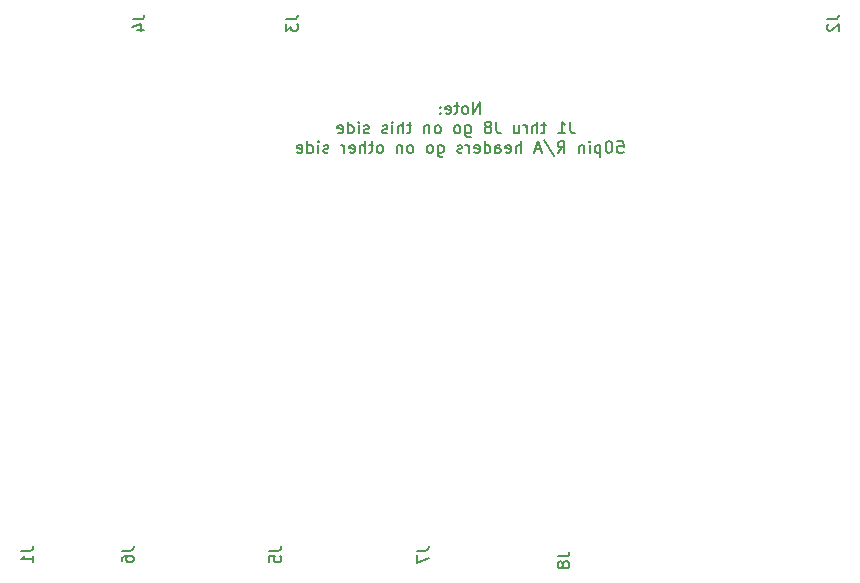
<source format=gbr>
G04 #@! TF.GenerationSoftware,KiCad,Pcbnew,(5.1.2)-1*
G04 #@! TF.CreationDate,2019-06-05T20:45:29-04:00*
G04 #@! TF.ProjectId,riser,72697365-722e-46b6-9963-61645f706362,rev?*
G04 #@! TF.SameCoordinates,Original*
G04 #@! TF.FileFunction,Legend,Bot*
G04 #@! TF.FilePolarity,Positive*
%FSLAX46Y46*%
G04 Gerber Fmt 4.6, Leading zero omitted, Abs format (unit mm)*
G04 Created by KiCad (PCBNEW (5.1.2)-1) date 2019-06-05 20:45:29*
%MOMM*%
%LPD*%
G04 APERTURE LIST*
%ADD10C,0.150000*%
G04 APERTURE END LIST*
D10*
X142231428Y-80692380D02*
X142231428Y-79692380D01*
X141660000Y-80692380D01*
X141660000Y-79692380D01*
X141040952Y-80692380D02*
X141136190Y-80644761D01*
X141183809Y-80597142D01*
X141231428Y-80501904D01*
X141231428Y-80216190D01*
X141183809Y-80120952D01*
X141136190Y-80073333D01*
X141040952Y-80025714D01*
X140898095Y-80025714D01*
X140802857Y-80073333D01*
X140755238Y-80120952D01*
X140707619Y-80216190D01*
X140707619Y-80501904D01*
X140755238Y-80597142D01*
X140802857Y-80644761D01*
X140898095Y-80692380D01*
X141040952Y-80692380D01*
X140421904Y-80025714D02*
X140040952Y-80025714D01*
X140279047Y-79692380D02*
X140279047Y-80549523D01*
X140231428Y-80644761D01*
X140136190Y-80692380D01*
X140040952Y-80692380D01*
X139326666Y-80644761D02*
X139421904Y-80692380D01*
X139612380Y-80692380D01*
X139707619Y-80644761D01*
X139755238Y-80549523D01*
X139755238Y-80168571D01*
X139707619Y-80073333D01*
X139612380Y-80025714D01*
X139421904Y-80025714D01*
X139326666Y-80073333D01*
X139279047Y-80168571D01*
X139279047Y-80263809D01*
X139755238Y-80359047D01*
X138850476Y-80597142D02*
X138802857Y-80644761D01*
X138850476Y-80692380D01*
X138898095Y-80644761D01*
X138850476Y-80597142D01*
X138850476Y-80692380D01*
X138850476Y-80073333D02*
X138802857Y-80120952D01*
X138850476Y-80168571D01*
X138898095Y-80120952D01*
X138850476Y-80073333D01*
X138850476Y-80168571D01*
X149850476Y-81342380D02*
X149850476Y-82056666D01*
X149898095Y-82199523D01*
X149993333Y-82294761D01*
X150136190Y-82342380D01*
X150231428Y-82342380D01*
X148850476Y-82342380D02*
X149421904Y-82342380D01*
X149136190Y-82342380D02*
X149136190Y-81342380D01*
X149231428Y-81485238D01*
X149326666Y-81580476D01*
X149421904Y-81628095D01*
X147802857Y-81675714D02*
X147421904Y-81675714D01*
X147660000Y-81342380D02*
X147660000Y-82199523D01*
X147612380Y-82294761D01*
X147517142Y-82342380D01*
X147421904Y-82342380D01*
X147088571Y-82342380D02*
X147088571Y-81342380D01*
X146660000Y-82342380D02*
X146660000Y-81818571D01*
X146707619Y-81723333D01*
X146802857Y-81675714D01*
X146945714Y-81675714D01*
X147040952Y-81723333D01*
X147088571Y-81770952D01*
X146183809Y-82342380D02*
X146183809Y-81675714D01*
X146183809Y-81866190D02*
X146136190Y-81770952D01*
X146088571Y-81723333D01*
X145993333Y-81675714D01*
X145898095Y-81675714D01*
X145136190Y-81675714D02*
X145136190Y-82342380D01*
X145564761Y-81675714D02*
X145564761Y-82199523D01*
X145517142Y-82294761D01*
X145421904Y-82342380D01*
X145279047Y-82342380D01*
X145183809Y-82294761D01*
X145136190Y-82247142D01*
X143612380Y-81342380D02*
X143612380Y-82056666D01*
X143660000Y-82199523D01*
X143755238Y-82294761D01*
X143898095Y-82342380D01*
X143993333Y-82342380D01*
X142993333Y-81770952D02*
X143088571Y-81723333D01*
X143136190Y-81675714D01*
X143183809Y-81580476D01*
X143183809Y-81532857D01*
X143136190Y-81437619D01*
X143088571Y-81390000D01*
X142993333Y-81342380D01*
X142802857Y-81342380D01*
X142707619Y-81390000D01*
X142660000Y-81437619D01*
X142612380Y-81532857D01*
X142612380Y-81580476D01*
X142660000Y-81675714D01*
X142707619Y-81723333D01*
X142802857Y-81770952D01*
X142993333Y-81770952D01*
X143088571Y-81818571D01*
X143136190Y-81866190D01*
X143183809Y-81961428D01*
X143183809Y-82151904D01*
X143136190Y-82247142D01*
X143088571Y-82294761D01*
X142993333Y-82342380D01*
X142802857Y-82342380D01*
X142707619Y-82294761D01*
X142660000Y-82247142D01*
X142612380Y-82151904D01*
X142612380Y-81961428D01*
X142660000Y-81866190D01*
X142707619Y-81818571D01*
X142802857Y-81770952D01*
X140993333Y-81675714D02*
X140993333Y-82485238D01*
X141040952Y-82580476D01*
X141088571Y-82628095D01*
X141183809Y-82675714D01*
X141326666Y-82675714D01*
X141421904Y-82628095D01*
X140993333Y-82294761D02*
X141088571Y-82342380D01*
X141279047Y-82342380D01*
X141374285Y-82294761D01*
X141421904Y-82247142D01*
X141469523Y-82151904D01*
X141469523Y-81866190D01*
X141421904Y-81770952D01*
X141374285Y-81723333D01*
X141279047Y-81675714D01*
X141088571Y-81675714D01*
X140993333Y-81723333D01*
X140374285Y-82342380D02*
X140469523Y-82294761D01*
X140517142Y-82247142D01*
X140564761Y-82151904D01*
X140564761Y-81866190D01*
X140517142Y-81770952D01*
X140469523Y-81723333D01*
X140374285Y-81675714D01*
X140231428Y-81675714D01*
X140136190Y-81723333D01*
X140088571Y-81770952D01*
X140040952Y-81866190D01*
X140040952Y-82151904D01*
X140088571Y-82247142D01*
X140136190Y-82294761D01*
X140231428Y-82342380D01*
X140374285Y-82342380D01*
X138707619Y-82342380D02*
X138802857Y-82294761D01*
X138850476Y-82247142D01*
X138898095Y-82151904D01*
X138898095Y-81866190D01*
X138850476Y-81770952D01*
X138802857Y-81723333D01*
X138707619Y-81675714D01*
X138564761Y-81675714D01*
X138469523Y-81723333D01*
X138421904Y-81770952D01*
X138374285Y-81866190D01*
X138374285Y-82151904D01*
X138421904Y-82247142D01*
X138469523Y-82294761D01*
X138564761Y-82342380D01*
X138707619Y-82342380D01*
X137945714Y-81675714D02*
X137945714Y-82342380D01*
X137945714Y-81770952D02*
X137898095Y-81723333D01*
X137802857Y-81675714D01*
X137660000Y-81675714D01*
X137564761Y-81723333D01*
X137517142Y-81818571D01*
X137517142Y-82342380D01*
X136421904Y-81675714D02*
X136040952Y-81675714D01*
X136279047Y-81342380D02*
X136279047Y-82199523D01*
X136231428Y-82294761D01*
X136136190Y-82342380D01*
X136040952Y-82342380D01*
X135707619Y-82342380D02*
X135707619Y-81342380D01*
X135279047Y-82342380D02*
X135279047Y-81818571D01*
X135326666Y-81723333D01*
X135421904Y-81675714D01*
X135564761Y-81675714D01*
X135660000Y-81723333D01*
X135707619Y-81770952D01*
X134802857Y-82342380D02*
X134802857Y-81675714D01*
X134802857Y-81342380D02*
X134850476Y-81390000D01*
X134802857Y-81437619D01*
X134755238Y-81390000D01*
X134802857Y-81342380D01*
X134802857Y-81437619D01*
X134374285Y-82294761D02*
X134279047Y-82342380D01*
X134088571Y-82342380D01*
X133993333Y-82294761D01*
X133945714Y-82199523D01*
X133945714Y-82151904D01*
X133993333Y-82056666D01*
X134088571Y-82009047D01*
X134231428Y-82009047D01*
X134326666Y-81961428D01*
X134374285Y-81866190D01*
X134374285Y-81818571D01*
X134326666Y-81723333D01*
X134231428Y-81675714D01*
X134088571Y-81675714D01*
X133993333Y-81723333D01*
X132802857Y-82294761D02*
X132707619Y-82342380D01*
X132517142Y-82342380D01*
X132421904Y-82294761D01*
X132374285Y-82199523D01*
X132374285Y-82151904D01*
X132421904Y-82056666D01*
X132517142Y-82009047D01*
X132660000Y-82009047D01*
X132755238Y-81961428D01*
X132802857Y-81866190D01*
X132802857Y-81818571D01*
X132755238Y-81723333D01*
X132660000Y-81675714D01*
X132517142Y-81675714D01*
X132421904Y-81723333D01*
X131945714Y-82342380D02*
X131945714Y-81675714D01*
X131945714Y-81342380D02*
X131993333Y-81390000D01*
X131945714Y-81437619D01*
X131898095Y-81390000D01*
X131945714Y-81342380D01*
X131945714Y-81437619D01*
X131040952Y-82342380D02*
X131040952Y-81342380D01*
X131040952Y-82294761D02*
X131136190Y-82342380D01*
X131326666Y-82342380D01*
X131421904Y-82294761D01*
X131469523Y-82247142D01*
X131517142Y-82151904D01*
X131517142Y-81866190D01*
X131469523Y-81770952D01*
X131421904Y-81723333D01*
X131326666Y-81675714D01*
X131136190Y-81675714D01*
X131040952Y-81723333D01*
X130183809Y-82294761D02*
X130279047Y-82342380D01*
X130469523Y-82342380D01*
X130564761Y-82294761D01*
X130612380Y-82199523D01*
X130612380Y-81818571D01*
X130564761Y-81723333D01*
X130469523Y-81675714D01*
X130279047Y-81675714D01*
X130183809Y-81723333D01*
X130136190Y-81818571D01*
X130136190Y-81913809D01*
X130612380Y-82009047D01*
X153850476Y-82992380D02*
X154326666Y-82992380D01*
X154374285Y-83468571D01*
X154326666Y-83420952D01*
X154231428Y-83373333D01*
X153993333Y-83373333D01*
X153898095Y-83420952D01*
X153850476Y-83468571D01*
X153802857Y-83563809D01*
X153802857Y-83801904D01*
X153850476Y-83897142D01*
X153898095Y-83944761D01*
X153993333Y-83992380D01*
X154231428Y-83992380D01*
X154326666Y-83944761D01*
X154374285Y-83897142D01*
X153183809Y-82992380D02*
X153088571Y-82992380D01*
X152993333Y-83040000D01*
X152945714Y-83087619D01*
X152898095Y-83182857D01*
X152850476Y-83373333D01*
X152850476Y-83611428D01*
X152898095Y-83801904D01*
X152945714Y-83897142D01*
X152993333Y-83944761D01*
X153088571Y-83992380D01*
X153183809Y-83992380D01*
X153279047Y-83944761D01*
X153326666Y-83897142D01*
X153374285Y-83801904D01*
X153421904Y-83611428D01*
X153421904Y-83373333D01*
X153374285Y-83182857D01*
X153326666Y-83087619D01*
X153279047Y-83040000D01*
X153183809Y-82992380D01*
X152421904Y-83325714D02*
X152421904Y-84325714D01*
X152421904Y-83373333D02*
X152326666Y-83325714D01*
X152136190Y-83325714D01*
X152040952Y-83373333D01*
X151993333Y-83420952D01*
X151945714Y-83516190D01*
X151945714Y-83801904D01*
X151993333Y-83897142D01*
X152040952Y-83944761D01*
X152136190Y-83992380D01*
X152326666Y-83992380D01*
X152421904Y-83944761D01*
X151517142Y-83992380D02*
X151517142Y-83325714D01*
X151517142Y-82992380D02*
X151564761Y-83040000D01*
X151517142Y-83087619D01*
X151469523Y-83040000D01*
X151517142Y-82992380D01*
X151517142Y-83087619D01*
X151040952Y-83325714D02*
X151040952Y-83992380D01*
X151040952Y-83420952D02*
X150993333Y-83373333D01*
X150898095Y-83325714D01*
X150755238Y-83325714D01*
X150660000Y-83373333D01*
X150612380Y-83468571D01*
X150612380Y-83992380D01*
X148802857Y-83992380D02*
X149136190Y-83516190D01*
X149374285Y-83992380D02*
X149374285Y-82992380D01*
X148993333Y-82992380D01*
X148898095Y-83040000D01*
X148850476Y-83087619D01*
X148802857Y-83182857D01*
X148802857Y-83325714D01*
X148850476Y-83420952D01*
X148898095Y-83468571D01*
X148993333Y-83516190D01*
X149374285Y-83516190D01*
X147660000Y-82944761D02*
X148517142Y-84230476D01*
X147374285Y-83706666D02*
X146898095Y-83706666D01*
X147469523Y-83992380D02*
X147136190Y-82992380D01*
X146802857Y-83992380D01*
X145707619Y-83992380D02*
X145707619Y-82992380D01*
X145279047Y-83992380D02*
X145279047Y-83468571D01*
X145326666Y-83373333D01*
X145421904Y-83325714D01*
X145564761Y-83325714D01*
X145660000Y-83373333D01*
X145707619Y-83420952D01*
X144421904Y-83944761D02*
X144517142Y-83992380D01*
X144707619Y-83992380D01*
X144802857Y-83944761D01*
X144850476Y-83849523D01*
X144850476Y-83468571D01*
X144802857Y-83373333D01*
X144707619Y-83325714D01*
X144517142Y-83325714D01*
X144421904Y-83373333D01*
X144374285Y-83468571D01*
X144374285Y-83563809D01*
X144850476Y-83659047D01*
X143517142Y-83992380D02*
X143517142Y-83468571D01*
X143564761Y-83373333D01*
X143660000Y-83325714D01*
X143850476Y-83325714D01*
X143945714Y-83373333D01*
X143517142Y-83944761D02*
X143612380Y-83992380D01*
X143850476Y-83992380D01*
X143945714Y-83944761D01*
X143993333Y-83849523D01*
X143993333Y-83754285D01*
X143945714Y-83659047D01*
X143850476Y-83611428D01*
X143612380Y-83611428D01*
X143517142Y-83563809D01*
X142612380Y-83992380D02*
X142612380Y-82992380D01*
X142612380Y-83944761D02*
X142707619Y-83992380D01*
X142898095Y-83992380D01*
X142993333Y-83944761D01*
X143040952Y-83897142D01*
X143088571Y-83801904D01*
X143088571Y-83516190D01*
X143040952Y-83420952D01*
X142993333Y-83373333D01*
X142898095Y-83325714D01*
X142707619Y-83325714D01*
X142612380Y-83373333D01*
X141755238Y-83944761D02*
X141850476Y-83992380D01*
X142040952Y-83992380D01*
X142136190Y-83944761D01*
X142183809Y-83849523D01*
X142183809Y-83468571D01*
X142136190Y-83373333D01*
X142040952Y-83325714D01*
X141850476Y-83325714D01*
X141755238Y-83373333D01*
X141707619Y-83468571D01*
X141707619Y-83563809D01*
X142183809Y-83659047D01*
X141279047Y-83992380D02*
X141279047Y-83325714D01*
X141279047Y-83516190D02*
X141231428Y-83420952D01*
X141183809Y-83373333D01*
X141088571Y-83325714D01*
X140993333Y-83325714D01*
X140707619Y-83944761D02*
X140612380Y-83992380D01*
X140421904Y-83992380D01*
X140326666Y-83944761D01*
X140279047Y-83849523D01*
X140279047Y-83801904D01*
X140326666Y-83706666D01*
X140421904Y-83659047D01*
X140564761Y-83659047D01*
X140660000Y-83611428D01*
X140707619Y-83516190D01*
X140707619Y-83468571D01*
X140660000Y-83373333D01*
X140564761Y-83325714D01*
X140421904Y-83325714D01*
X140326666Y-83373333D01*
X138660000Y-83325714D02*
X138660000Y-84135238D01*
X138707619Y-84230476D01*
X138755238Y-84278095D01*
X138850476Y-84325714D01*
X138993333Y-84325714D01*
X139088571Y-84278095D01*
X138660000Y-83944761D02*
X138755238Y-83992380D01*
X138945714Y-83992380D01*
X139040952Y-83944761D01*
X139088571Y-83897142D01*
X139136190Y-83801904D01*
X139136190Y-83516190D01*
X139088571Y-83420952D01*
X139040952Y-83373333D01*
X138945714Y-83325714D01*
X138755238Y-83325714D01*
X138660000Y-83373333D01*
X138040952Y-83992380D02*
X138136190Y-83944761D01*
X138183809Y-83897142D01*
X138231428Y-83801904D01*
X138231428Y-83516190D01*
X138183809Y-83420952D01*
X138136190Y-83373333D01*
X138040952Y-83325714D01*
X137898095Y-83325714D01*
X137802857Y-83373333D01*
X137755238Y-83420952D01*
X137707619Y-83516190D01*
X137707619Y-83801904D01*
X137755238Y-83897142D01*
X137802857Y-83944761D01*
X137898095Y-83992380D01*
X138040952Y-83992380D01*
X136374285Y-83992380D02*
X136469523Y-83944761D01*
X136517142Y-83897142D01*
X136564761Y-83801904D01*
X136564761Y-83516190D01*
X136517142Y-83420952D01*
X136469523Y-83373333D01*
X136374285Y-83325714D01*
X136231428Y-83325714D01*
X136136190Y-83373333D01*
X136088571Y-83420952D01*
X136040952Y-83516190D01*
X136040952Y-83801904D01*
X136088571Y-83897142D01*
X136136190Y-83944761D01*
X136231428Y-83992380D01*
X136374285Y-83992380D01*
X135612380Y-83325714D02*
X135612380Y-83992380D01*
X135612380Y-83420952D02*
X135564761Y-83373333D01*
X135469523Y-83325714D01*
X135326666Y-83325714D01*
X135231428Y-83373333D01*
X135183809Y-83468571D01*
X135183809Y-83992380D01*
X133802857Y-83992380D02*
X133898095Y-83944761D01*
X133945714Y-83897142D01*
X133993333Y-83801904D01*
X133993333Y-83516190D01*
X133945714Y-83420952D01*
X133898095Y-83373333D01*
X133802857Y-83325714D01*
X133660000Y-83325714D01*
X133564761Y-83373333D01*
X133517142Y-83420952D01*
X133469523Y-83516190D01*
X133469523Y-83801904D01*
X133517142Y-83897142D01*
X133564761Y-83944761D01*
X133660000Y-83992380D01*
X133802857Y-83992380D01*
X133183809Y-83325714D02*
X132802857Y-83325714D01*
X133040952Y-82992380D02*
X133040952Y-83849523D01*
X132993333Y-83944761D01*
X132898095Y-83992380D01*
X132802857Y-83992380D01*
X132469523Y-83992380D02*
X132469523Y-82992380D01*
X132040952Y-83992380D02*
X132040952Y-83468571D01*
X132088571Y-83373333D01*
X132183809Y-83325714D01*
X132326666Y-83325714D01*
X132421904Y-83373333D01*
X132469523Y-83420952D01*
X131183809Y-83944761D02*
X131279047Y-83992380D01*
X131469523Y-83992380D01*
X131564761Y-83944761D01*
X131612380Y-83849523D01*
X131612380Y-83468571D01*
X131564761Y-83373333D01*
X131469523Y-83325714D01*
X131279047Y-83325714D01*
X131183809Y-83373333D01*
X131136190Y-83468571D01*
X131136190Y-83563809D01*
X131612380Y-83659047D01*
X130707619Y-83992380D02*
X130707619Y-83325714D01*
X130707619Y-83516190D02*
X130660000Y-83420952D01*
X130612380Y-83373333D01*
X130517142Y-83325714D01*
X130421904Y-83325714D01*
X129374285Y-83944761D02*
X129279047Y-83992380D01*
X129088571Y-83992380D01*
X128993333Y-83944761D01*
X128945714Y-83849523D01*
X128945714Y-83801904D01*
X128993333Y-83706666D01*
X129088571Y-83659047D01*
X129231428Y-83659047D01*
X129326666Y-83611428D01*
X129374285Y-83516190D01*
X129374285Y-83468571D01*
X129326666Y-83373333D01*
X129231428Y-83325714D01*
X129088571Y-83325714D01*
X128993333Y-83373333D01*
X128517142Y-83992380D02*
X128517142Y-83325714D01*
X128517142Y-82992380D02*
X128564761Y-83040000D01*
X128517142Y-83087619D01*
X128469523Y-83040000D01*
X128517142Y-82992380D01*
X128517142Y-83087619D01*
X127612380Y-83992380D02*
X127612380Y-82992380D01*
X127612380Y-83944761D02*
X127707619Y-83992380D01*
X127898095Y-83992380D01*
X127993333Y-83944761D01*
X128040952Y-83897142D01*
X128088571Y-83801904D01*
X128088571Y-83516190D01*
X128040952Y-83420952D01*
X127993333Y-83373333D01*
X127898095Y-83325714D01*
X127707619Y-83325714D01*
X127612380Y-83373333D01*
X126755238Y-83944761D02*
X126850476Y-83992380D01*
X127040952Y-83992380D01*
X127136190Y-83944761D01*
X127183809Y-83849523D01*
X127183809Y-83468571D01*
X127136190Y-83373333D01*
X127040952Y-83325714D01*
X126850476Y-83325714D01*
X126755238Y-83373333D01*
X126707619Y-83468571D01*
X126707619Y-83563809D01*
X127183809Y-83659047D01*
X136892380Y-117666666D02*
X137606666Y-117666666D01*
X137749523Y-117619047D01*
X137844761Y-117523809D01*
X137892380Y-117380952D01*
X137892380Y-117285714D01*
X136892380Y-118047619D02*
X136892380Y-118714285D01*
X137892380Y-118285714D01*
X111892380Y-117666666D02*
X112606666Y-117666666D01*
X112749523Y-117619047D01*
X112844761Y-117523809D01*
X112892380Y-117380952D01*
X112892380Y-117285714D01*
X111892380Y-118571428D02*
X111892380Y-118380952D01*
X111940000Y-118285714D01*
X111987619Y-118238095D01*
X112130476Y-118142857D01*
X112320952Y-118095238D01*
X112701904Y-118095238D01*
X112797142Y-118142857D01*
X112844761Y-118190476D01*
X112892380Y-118285714D01*
X112892380Y-118476190D01*
X112844761Y-118571428D01*
X112797142Y-118619047D01*
X112701904Y-118666666D01*
X112463809Y-118666666D01*
X112368571Y-118619047D01*
X112320952Y-118571428D01*
X112273333Y-118476190D01*
X112273333Y-118285714D01*
X112320952Y-118190476D01*
X112368571Y-118142857D01*
X112463809Y-118095238D01*
X124392380Y-117666666D02*
X125106666Y-117666666D01*
X125249523Y-117619047D01*
X125344761Y-117523809D01*
X125392380Y-117380952D01*
X125392380Y-117285714D01*
X124392380Y-118619047D02*
X124392380Y-118142857D01*
X124868571Y-118095238D01*
X124820952Y-118142857D01*
X124773333Y-118238095D01*
X124773333Y-118476190D01*
X124820952Y-118571428D01*
X124868571Y-118619047D01*
X124963809Y-118666666D01*
X125201904Y-118666666D01*
X125297142Y-118619047D01*
X125344761Y-118571428D01*
X125392380Y-118476190D01*
X125392380Y-118238095D01*
X125344761Y-118142857D01*
X125297142Y-118095238D01*
X112812380Y-72666666D02*
X113526666Y-72666666D01*
X113669523Y-72619047D01*
X113764761Y-72523809D01*
X113812380Y-72380952D01*
X113812380Y-72285714D01*
X113145714Y-73571428D02*
X113812380Y-73571428D01*
X112764761Y-73333333D02*
X113479047Y-73095238D01*
X113479047Y-73714285D01*
X125812380Y-72666666D02*
X126526666Y-72666666D01*
X126669523Y-72619047D01*
X126764761Y-72523809D01*
X126812380Y-72380952D01*
X126812380Y-72285714D01*
X125812380Y-73047619D02*
X125812380Y-73666666D01*
X126193333Y-73333333D01*
X126193333Y-73476190D01*
X126240952Y-73571428D01*
X126288571Y-73619047D01*
X126383809Y-73666666D01*
X126621904Y-73666666D01*
X126717142Y-73619047D01*
X126764761Y-73571428D01*
X126812380Y-73476190D01*
X126812380Y-73190476D01*
X126764761Y-73095238D01*
X126717142Y-73047619D01*
X171612380Y-72666666D02*
X172326666Y-72666666D01*
X172469523Y-72619047D01*
X172564761Y-72523809D01*
X172612380Y-72380952D01*
X172612380Y-72285714D01*
X171707619Y-73095238D02*
X171660000Y-73142857D01*
X171612380Y-73238095D01*
X171612380Y-73476190D01*
X171660000Y-73571428D01*
X171707619Y-73619047D01*
X171802857Y-73666666D01*
X171898095Y-73666666D01*
X172040952Y-73619047D01*
X172612380Y-73047619D01*
X172612380Y-73666666D01*
X103392380Y-117666666D02*
X104106666Y-117666666D01*
X104249523Y-117619047D01*
X104344761Y-117523809D01*
X104392380Y-117380952D01*
X104392380Y-117285714D01*
X104392380Y-118666666D02*
X104392380Y-118095238D01*
X104392380Y-118380952D02*
X103392380Y-118380952D01*
X103535238Y-118285714D01*
X103630476Y-118190476D01*
X103678095Y-118095238D01*
X148792380Y-118160746D02*
X149506666Y-118160746D01*
X149649523Y-118113127D01*
X149744761Y-118017889D01*
X149792380Y-117875032D01*
X149792380Y-117779794D01*
X149220952Y-118779794D02*
X149173333Y-118684556D01*
X149125714Y-118636937D01*
X149030476Y-118589318D01*
X148982857Y-118589318D01*
X148887619Y-118636937D01*
X148840000Y-118684556D01*
X148792380Y-118779794D01*
X148792380Y-118970270D01*
X148840000Y-119065508D01*
X148887619Y-119113127D01*
X148982857Y-119160746D01*
X149030476Y-119160746D01*
X149125714Y-119113127D01*
X149173333Y-119065508D01*
X149220952Y-118970270D01*
X149220952Y-118779794D01*
X149268571Y-118684556D01*
X149316190Y-118636937D01*
X149411428Y-118589318D01*
X149601904Y-118589318D01*
X149697142Y-118636937D01*
X149744761Y-118684556D01*
X149792380Y-118779794D01*
X149792380Y-118970270D01*
X149744761Y-119065508D01*
X149697142Y-119113127D01*
X149601904Y-119160746D01*
X149411428Y-119160746D01*
X149316190Y-119113127D01*
X149268571Y-119065508D01*
X149220952Y-118970270D01*
M02*

</source>
